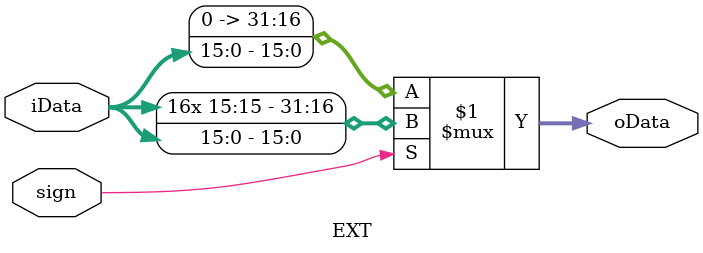
<source format=v>
`timescale 1ns / 1ps


module EXT #(
        parameter IWIDTH = 16,
        parameter OWIDTH = 32
    ) (
        input wire [IWIDTH-1:0] iData,
        input wire sign,
        output wire [OWIDTH-1:0] oData 
    );

    assign oData = (sign ? {{(OWIDTH-IWIDTH){iData[IWIDTH-1]}}, iData[IWIDTH-1:0]} : {{(32-IWIDTH){1'b0}}, iData[IWIDTH-1:0]});

endmodule

</source>
